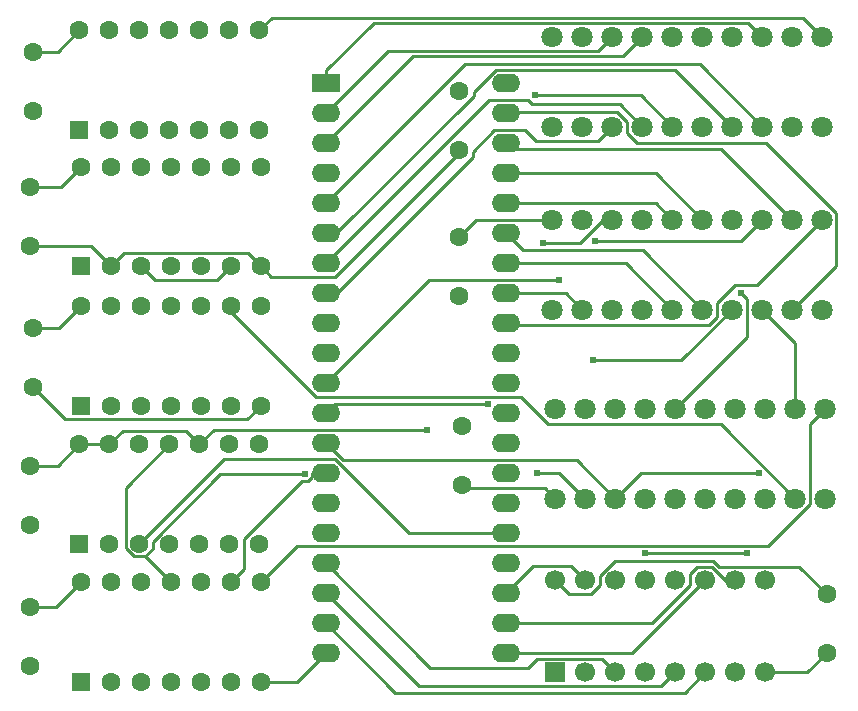
<source format=gtl>
G04 Layer: TopLayer*
G04 EasyEDA v6.5.22, 2023-01-18 22:18:13*
G04 60aa5606712246c99b0a00d3d653f430,7be1179030e74d40a97a3c751b95adb4,10*
G04 Gerber Generator version 0.2*
G04 Scale: 100 percent, Rotated: No, Reflected: No *
G04 Dimensions in inches *
G04 leading zeros omitted , absolute positions ,3 integer and 6 decimal *
%FSLAX36Y36*%
%MOIN*%

%AMMACRO1*21,1,$1,$2,0,0,$3*%
%ADD10C,0.0100*%
%ADD11R,0.0630X0.0630*%
%ADD12C,0.0630*%
%ADD13MACRO1,0.0944X0.063X0.0000*%
%ADD14O,0.094488X0.06299199999999999*%
%ADD15C,0.0630*%
%ADD16C,0.0709*%
%ADD17R,0.0669X0.0669*%
%ADD18C,0.0669*%
%ADD19C,0.0240*%
%ADD20C,0.0162*%

%LPD*%
D10*
X2850000Y2656599D02*
G01*
X2850000Y2647700D01*
X2437299Y2235000D01*
X2224499Y2235000D01*
X2189300Y2270200D01*
X1429300Y1867199D02*
G01*
X1536800Y1759600D01*
X2143699Y1759600D01*
X2189300Y1805199D01*
X2189300Y2270200D02*
G01*
X2146700Y2312800D01*
X1731899Y2312800D01*
X1689300Y2270200D01*
X1419300Y2337199D02*
G01*
X1622399Y2337199D01*
X1689300Y2270200D01*
X2189300Y885199D02*
G01*
X2311000Y885199D01*
X2405699Y980000D01*
X3870000Y916500D02*
G01*
X4009899Y916500D01*
X4075000Y981599D01*
X3270000Y1223499D02*
G01*
X3223800Y1269800D01*
X3095500Y1269800D01*
X3005699Y1180000D01*
X2184300Y3055900D02*
G01*
X2226300Y3097899D01*
X3997100Y3097899D01*
X4060000Y3035000D01*
X2743599Y1723200D02*
G01*
X2031599Y1723200D01*
X1984300Y1675900D01*
X1984300Y1675900D02*
G01*
X1938699Y1721599D01*
X1729899Y1721599D01*
X1684300Y1675900D01*
X1684300Y1675900D02*
G01*
X1584300Y1675900D01*
X1419300Y1604000D02*
G01*
X1512399Y1604000D01*
X1584300Y1675900D01*
X3170000Y1223499D02*
G01*
X3215200Y1178400D01*
X3291000Y1178400D01*
X3320000Y1207399D01*
X3320000Y1237800D01*
X3370600Y1288400D01*
X3695100Y1288400D01*
X3714700Y1268800D01*
X3714700Y1268800D01*
X3984600Y1268800D01*
X4075000Y1178400D01*
X2850000Y2368400D02*
G01*
X2906599Y2425000D01*
X3160000Y2425000D01*
X2860000Y1541599D02*
G01*
X2871599Y1530000D01*
X3135000Y1530000D01*
X3170000Y1495000D01*
X1429300Y2984000D02*
G01*
X1512399Y2984000D01*
X1584300Y3055900D01*
X1419300Y2534000D02*
G01*
X1522399Y2534000D01*
X1589300Y2600900D01*
X1429300Y2064000D02*
G01*
X1517399Y2064000D01*
X1589300Y2135900D01*
X1419300Y1134000D02*
G01*
X1507399Y1134000D01*
X1589300Y1215900D01*
X1789300Y2270200D02*
G01*
X1834899Y2224600D01*
X2043699Y2224600D01*
X2089300Y2270200D01*
X2089300Y2135900D02*
G01*
X2089300Y2118600D01*
X2373500Y1834400D01*
X3056000Y1834400D01*
X3147500Y1742899D01*
X3722100Y1742899D01*
X3970000Y1495000D01*
X3005699Y1380000D02*
G01*
X2682899Y1380000D01*
X2437200Y1625700D01*
X2064700Y1625700D01*
X1784300Y1345199D01*
X1802700Y1302500D02*
G01*
X1766099Y1302500D01*
X1739600Y1329000D01*
X1739600Y1531199D01*
X1884300Y1675900D01*
X2336499Y1575799D02*
G01*
X2053400Y1575799D01*
X1828299Y1350700D01*
X1828299Y1328099D01*
X1802700Y1302500D01*
X1889300Y1215900D02*
G01*
X1802700Y1302500D01*
X2405699Y2880000D02*
G01*
X2405699Y2922600D01*
X2405699Y2922600D02*
G01*
X2564899Y3081799D01*
X3813199Y3081799D01*
X3860000Y3035000D01*
X3670000Y1223499D02*
G01*
X3426499Y980000D01*
X3005699Y980000D01*
X3360000Y3035000D02*
G01*
X3313500Y2988499D01*
X2614200Y2988499D01*
X2405699Y2780000D01*
X3770000Y1223499D02*
G01*
X3737200Y1223499D01*
X3691899Y1268800D01*
X3644200Y1268800D01*
X3620000Y1244600D01*
X3620000Y1208400D01*
X3491599Y1080000D01*
X3005699Y1080000D01*
X3460000Y3035000D02*
G01*
X3396800Y2971799D01*
X2697500Y2971799D01*
X2405699Y2680000D01*
X3860000Y2735000D02*
G01*
X3651400Y2943600D01*
X2869399Y2943600D01*
X2405699Y2480000D01*
X3760000Y2735000D02*
G01*
X3570900Y2924099D01*
X2973299Y2924099D01*
X2898800Y2849600D01*
X2898800Y2838400D01*
X2440399Y2380000D01*
X2405699Y2380000D01*
X3460000Y2735000D02*
G01*
X3385600Y2809400D01*
X3092899Y2809400D01*
X3078100Y2824200D01*
X2949899Y2824200D01*
X2405699Y2280000D01*
X3360000Y2735000D02*
G01*
X3313100Y2688099D01*
X3105699Y2688099D01*
X3069799Y2724000D01*
X2967799Y2724000D01*
X2895799Y2651900D01*
X2895799Y2633299D01*
X2442399Y2180000D01*
X2405699Y2180000D01*
X2405699Y1880000D02*
G01*
X2750000Y2224299D01*
X3183199Y2224299D01*
X2945799Y1811300D02*
G01*
X2436999Y1811300D01*
X2405699Y1780000D01*
X3560000Y2735000D02*
G01*
X3454700Y2840300D01*
X3102500Y2840300D01*
X4060000Y2425000D02*
G01*
X3843500Y2208499D01*
X3770399Y2208499D01*
X3710000Y2148200D01*
X3710000Y2100799D01*
X3681999Y2072800D01*
X3012899Y2072800D01*
X3005699Y2080000D01*
X3370000Y1495000D02*
G01*
X3242399Y1622600D01*
X2463100Y1622600D01*
X2405699Y1680000D01*
X3849399Y1581900D02*
G01*
X3456899Y1581900D01*
X3370000Y1495000D01*
X3260000Y2125000D02*
G01*
X3205000Y2180000D01*
X3005699Y2180000D01*
X2405699Y1580000D02*
G01*
X2359600Y1580000D01*
X2359600Y1566199D01*
X2346099Y1552699D01*
X2326999Y1552699D01*
X2326000Y1553800D01*
X2134300Y1362100D01*
X2134300Y1260900D01*
X2089300Y1215900D01*
X3560000Y2125000D02*
G01*
X3405000Y2280000D01*
X3005699Y2280000D01*
X3660000Y2125000D02*
G01*
X3462399Y2322600D01*
X3063100Y2322600D01*
X3005699Y2380000D01*
X3560000Y2425000D02*
G01*
X3505000Y2480000D01*
X3005699Y2480000D01*
X3370000Y916500D02*
G01*
X3325399Y960999D01*
X3108299Y960999D01*
X3078900Y931700D01*
X2753999Y931700D01*
X2405699Y1280000D01*
X3660000Y2425000D02*
G01*
X3505000Y2580000D01*
X3005699Y2580000D01*
X2405699Y1180000D02*
G01*
X2715600Y870100D01*
X3523699Y870100D01*
X3570000Y916500D01*
X3960000Y2425000D02*
G01*
X3723999Y2660999D01*
X3024700Y2660999D01*
X3005699Y2680000D01*
X3670000Y916500D02*
G01*
X3602299Y848699D01*
X2636999Y848699D01*
X2405699Y1080000D01*
X3005699Y2780000D02*
G01*
X3010799Y2785100D01*
X3376999Y2785100D01*
X3410000Y2752100D01*
X3410000Y2712300D01*
X3442299Y2680000D01*
X3873800Y2680000D01*
X4106899Y2446900D01*
X4106899Y2271900D01*
X3960000Y2125000D01*
X2189300Y1215900D02*
G01*
X2309099Y1335700D01*
X3879399Y1335700D01*
X4020000Y1476300D01*
X4020000Y1745000D01*
X4070000Y1795000D01*
X3302799Y2353000D02*
G01*
X3788100Y2353000D01*
X3860000Y2425000D01*
X3788699Y2180700D02*
G01*
X3810000Y2159400D01*
X3810000Y2035000D01*
X3570000Y1795000D01*
X3860000Y2125000D02*
G01*
X3970000Y2015000D01*
X3970000Y1795000D01*
X3108999Y1581500D02*
G01*
X3183500Y1581500D01*
X3270000Y1495000D01*
X3360000Y2425000D02*
G01*
X3330299Y2425000D01*
X3252399Y2347100D01*
X3131300Y2347100D01*
X3297500Y1955900D02*
G01*
X3590900Y1955900D01*
X3760000Y2125000D01*
X3809700Y1312600D02*
G01*
X3470600Y1312600D01*
D11*
G01*
X1584300Y2725250D03*
D12*
G01*
X1684300Y2725250D03*
G01*
X1984300Y2725250D03*
G01*
X2084300Y2725250D03*
G01*
X1784300Y2725250D03*
G01*
X1884300Y2725250D03*
G01*
X2184300Y2725250D03*
G01*
X2184300Y3055949D03*
G01*
X2084300Y3055949D03*
G01*
X1984300Y3055949D03*
G01*
X1884300Y3055949D03*
G01*
X1784300Y3055949D03*
G01*
X1684300Y3055949D03*
G01*
X1584300Y3055949D03*
D11*
G01*
X1589300Y2270250D03*
D12*
G01*
X1689300Y2270250D03*
G01*
X1989300Y2270250D03*
G01*
X2089300Y2270250D03*
G01*
X1789300Y2270250D03*
G01*
X1889300Y2270250D03*
G01*
X2189300Y2270250D03*
G01*
X2189300Y2600949D03*
G01*
X2089300Y2600949D03*
G01*
X1989300Y2600949D03*
G01*
X1889300Y2600949D03*
G01*
X1789300Y2600949D03*
G01*
X1689300Y2600949D03*
G01*
X1589300Y2600949D03*
D11*
G01*
X1589300Y1805250D03*
D12*
G01*
X1689300Y1805250D03*
G01*
X1989300Y1805250D03*
G01*
X2089300Y1805250D03*
G01*
X1789300Y1805250D03*
G01*
X1889300Y1805250D03*
G01*
X2189300Y1805250D03*
G01*
X2189300Y2135949D03*
G01*
X2089300Y2135949D03*
G01*
X1989300Y2135949D03*
G01*
X1889300Y2135949D03*
G01*
X1789300Y2135949D03*
G01*
X1689300Y2135949D03*
G01*
X1589300Y2135949D03*
D11*
G01*
X1584300Y1345250D03*
D12*
G01*
X1684300Y1345250D03*
G01*
X1984300Y1345250D03*
G01*
X2084300Y1345250D03*
G01*
X1784300Y1345250D03*
G01*
X1884300Y1345250D03*
G01*
X2184300Y1345250D03*
G01*
X2184300Y1675949D03*
G01*
X2084300Y1675949D03*
G01*
X1984300Y1675949D03*
G01*
X1884300Y1675949D03*
G01*
X1784300Y1675949D03*
G01*
X1684300Y1675949D03*
G01*
X1584300Y1675949D03*
D13*
G01*
X2405700Y2880000D03*
D14*
G01*
X3005699Y980000D03*
G01*
X2405699Y2780000D03*
G01*
X3005699Y1080000D03*
G01*
X2405699Y2680000D03*
G01*
X3005699Y1180000D03*
G01*
X2405699Y2580000D03*
G01*
X3005699Y1280000D03*
G01*
X2405699Y2480000D03*
G01*
X3005699Y1380000D03*
G01*
X2405699Y2380000D03*
G01*
X3005699Y1480000D03*
G01*
X2405699Y2280000D03*
G01*
X3005699Y1580000D03*
G01*
X2405699Y2180000D03*
G01*
X3005699Y1680000D03*
G01*
X2405699Y2080000D03*
G01*
X3005699Y1780000D03*
G01*
X2405699Y1980000D03*
G01*
X3005699Y1880000D03*
G01*
X2405699Y1880000D03*
G01*
X3005699Y1980000D03*
G01*
X2405699Y1780000D03*
G01*
X3005699Y2080000D03*
G01*
X2405699Y1680000D03*
G01*
X3005699Y2180000D03*
G01*
X2405699Y1580000D03*
G01*
X3005699Y2280000D03*
G01*
X2405699Y1480000D03*
G01*
X3005699Y2380000D03*
G01*
X2405699Y1380000D03*
G01*
X3005699Y2480000D03*
G01*
X2405699Y1280000D03*
G01*
X3005699Y2580000D03*
G01*
X2405699Y1180000D03*
G01*
X3005699Y2680000D03*
G01*
X2405699Y1080000D03*
G01*
X3005699Y2780000D03*
G01*
X2405699Y980000D03*
G01*
X3005699Y2880000D03*
D11*
G01*
X1589300Y885250D03*
D12*
G01*
X1689300Y885250D03*
G01*
X1989300Y885250D03*
G01*
X2089300Y885250D03*
G01*
X1789300Y885250D03*
G01*
X1889300Y885250D03*
G01*
X2189300Y885250D03*
G01*
X2189300Y1215949D03*
G01*
X2089300Y1215949D03*
G01*
X1989300Y1215949D03*
G01*
X1889300Y1215949D03*
G01*
X1789300Y1215949D03*
G01*
X1689300Y1215949D03*
G01*
X1589300Y1215949D03*
D15*
G01*
X2850000Y2656570D03*
G01*
X2850000Y2853420D03*
G01*
X2850000Y2171570D03*
G01*
X2850000Y2368420D03*
G01*
X2860000Y1738420D03*
G01*
X2860000Y1541570D03*
G01*
X4075000Y981570D03*
G01*
X4075000Y1178420D03*
G01*
X1429300Y2787170D03*
G01*
X1429300Y2984020D03*
G01*
X1419300Y2337170D03*
G01*
X1419300Y2534020D03*
G01*
X1429300Y1867170D03*
G01*
X1429300Y2064020D03*
G01*
X1419300Y1407170D03*
G01*
X1419300Y1604020D03*
G01*
X1419300Y937170D03*
G01*
X1419300Y1134020D03*
D16*
G01*
X3160000Y3035000D03*
G01*
X3260000Y3035000D03*
G01*
X3360000Y3035000D03*
G01*
X3460000Y3035000D03*
G01*
X3560000Y3035000D03*
G01*
X3660000Y3035000D03*
G01*
X3760000Y3035000D03*
G01*
X3860000Y3035000D03*
G01*
X3960000Y3035000D03*
G01*
X4060000Y3035000D03*
G01*
X4060000Y2735000D03*
G01*
X3960000Y2735000D03*
G01*
X3860000Y2735000D03*
G01*
X3760000Y2735000D03*
G01*
X3460000Y2735000D03*
G01*
X3360000Y2735000D03*
G01*
X3660000Y2735000D03*
G01*
X3560000Y2735000D03*
G01*
X3260000Y2735000D03*
G01*
X3160000Y2735000D03*
G01*
X3170000Y1795000D03*
G01*
X3270000Y1795000D03*
G01*
X3370000Y1795000D03*
G01*
X3470000Y1795000D03*
G01*
X3570000Y1795000D03*
G01*
X3670000Y1795000D03*
G01*
X3770000Y1795000D03*
G01*
X3870000Y1795000D03*
G01*
X3970000Y1795000D03*
G01*
X4070000Y1795000D03*
G01*
X4070000Y1495000D03*
G01*
X3970000Y1495000D03*
G01*
X3870000Y1495000D03*
G01*
X3770000Y1495000D03*
G01*
X3470000Y1495000D03*
G01*
X3370000Y1495000D03*
G01*
X3670000Y1495000D03*
G01*
X3570000Y1495000D03*
G01*
X3270000Y1495000D03*
G01*
X3170000Y1495000D03*
G01*
X3160000Y2425000D03*
G01*
X3260000Y2425000D03*
G01*
X3360000Y2425000D03*
G01*
X3460000Y2425000D03*
G01*
X3560000Y2425000D03*
G01*
X3660000Y2425000D03*
G01*
X3760000Y2425000D03*
G01*
X3860000Y2425000D03*
G01*
X3960000Y2425000D03*
G01*
X4060000Y2425000D03*
G01*
X4060000Y2125000D03*
G01*
X3960000Y2125000D03*
G01*
X3860000Y2125000D03*
G01*
X3760000Y2125000D03*
G01*
X3460000Y2125000D03*
G01*
X3360000Y2125000D03*
G01*
X3660000Y2125000D03*
G01*
X3560000Y2125000D03*
G01*
X3260000Y2125000D03*
G01*
X3160000Y2125000D03*
D17*
G01*
X3170000Y916460D03*
D18*
G01*
X3270000Y916460D03*
G01*
X3770000Y916460D03*
G01*
X3870000Y916460D03*
G01*
X3370000Y916460D03*
G01*
X3470000Y916460D03*
G01*
X3670000Y916460D03*
G01*
X3570000Y916460D03*
G01*
X3870000Y1223539D03*
G01*
X3770000Y1223539D03*
G01*
X3670000Y1223539D03*
G01*
X3570000Y1223539D03*
G01*
X3470000Y1223539D03*
G01*
X3370000Y1223539D03*
G01*
X3270000Y1223539D03*
G01*
X3170000Y1223539D03*
D19*
G01*
X3809700Y1312600D03*
G01*
X3470600Y1312600D03*
G01*
X3297500Y1955900D03*
G01*
X3131300Y2347100D03*
G01*
X3108999Y1581500D03*
G01*
X3788699Y2180700D03*
G01*
X3302799Y2353000D03*
G01*
X3849399Y1581900D03*
G01*
X3102500Y2840300D03*
G01*
X2945799Y1811300D03*
G01*
X3183199Y2224299D03*
G01*
X2336499Y1575799D03*
G01*
X2743599Y1723200D03*
M02*

</source>
